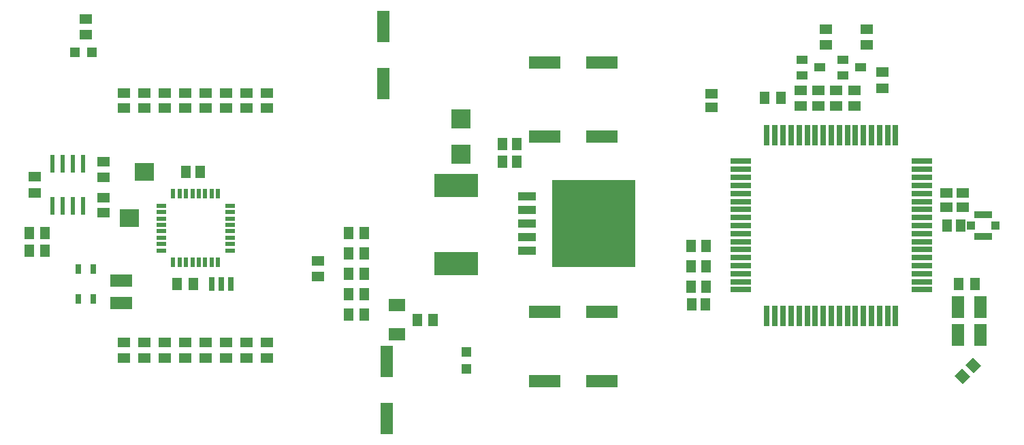
<source format=gtp>
G75*
G70*
%OFA0B0*%
%FSLAX24Y24*%
%IPPOS*%
%LPD*%
%AMOC8*
5,1,8,0,0,1.08239X$1,22.5*
%
%ADD10R,0.0220X0.0500*%
%ADD11R,0.0500X0.0220*%
%ADD12R,0.0630X0.0512*%
%ADD13R,0.0276X0.0669*%
%ADD14R,0.0512X0.0591*%
%ADD15R,0.0512X0.0630*%
%ADD16R,0.0472X0.0472*%
%ADD17R,0.0250X0.0500*%
%ADD18R,0.0960X0.0900*%
%ADD19R,0.0315X0.0984*%
%ADD20R,0.0984X0.0315*%
%ADD21R,0.0866X0.0335*%
%ADD22R,0.0413X0.0394*%
%ADD23R,0.0945X0.0945*%
%ADD24R,0.0630X0.1063*%
%ADD25R,0.0236X0.0866*%
%ADD26R,0.0591X0.0512*%
%ADD27R,0.0630X0.1575*%
%ADD28R,0.1575X0.0630*%
%ADD29R,0.0276X0.0472*%
%ADD30R,0.0551X0.0394*%
%ADD31R,0.0827X0.0591*%
%ADD32R,0.2126X0.1142*%
%ADD33R,0.4098X0.4252*%
%ADD34R,0.0850X0.0420*%
%ADD35R,0.1063X0.0630*%
D10*
X013538Y013950D03*
X013853Y013950D03*
X014168Y013950D03*
X014483Y013950D03*
X014797Y013950D03*
X015112Y013950D03*
X015427Y013950D03*
X015742Y013950D03*
X015742Y017330D03*
X015427Y017330D03*
X015112Y017330D03*
X014797Y017330D03*
X014483Y017330D03*
X014168Y017330D03*
X013853Y017330D03*
X013538Y017330D03*
D11*
X012950Y016742D03*
X012950Y016427D03*
X012950Y016112D03*
X012950Y015797D03*
X012950Y015483D03*
X012950Y015168D03*
X012950Y014853D03*
X012950Y014538D03*
X016330Y014538D03*
X016330Y014853D03*
X016330Y015168D03*
X016330Y015483D03*
X016330Y015797D03*
X016330Y016112D03*
X016330Y016427D03*
X016330Y016742D03*
D12*
X011140Y009266D03*
X011140Y010014D03*
X012140Y010014D03*
X012140Y009266D03*
X013140Y009266D03*
X014140Y009266D03*
X014140Y010014D03*
X013140Y010014D03*
X015140Y010014D03*
X015140Y009266D03*
X016140Y009266D03*
X016140Y010014D03*
X017140Y010014D03*
X018140Y010014D03*
X018140Y009266D03*
X017140Y009266D03*
X020640Y013266D03*
X020640Y014014D03*
X010140Y016391D03*
X010140Y017139D03*
X010140Y018141D03*
X010140Y018889D03*
X006765Y018159D03*
X006765Y017371D03*
X011140Y021516D03*
X011140Y022264D03*
X012140Y022264D03*
X012140Y021516D03*
X013140Y021516D03*
X014140Y021516D03*
X014140Y022264D03*
X013140Y022264D03*
X015140Y022264D03*
X015140Y021516D03*
X016140Y021516D03*
X016140Y022264D03*
X017140Y022264D03*
X018140Y022264D03*
X018140Y021516D03*
X017140Y021516D03*
X009265Y025141D03*
X009265Y025889D03*
X045140Y022389D03*
X046015Y022389D03*
X046015Y021641D03*
X045140Y021641D03*
X048265Y022496D03*
X048265Y023284D03*
D13*
X016362Y012890D03*
X015890Y012890D03*
X015418Y012890D03*
D14*
X014850Y018390D03*
X014180Y018390D03*
X029680Y018890D03*
X030350Y018890D03*
X030350Y019765D03*
X029680Y019765D03*
X038930Y011890D03*
X039600Y011890D03*
X051430Y015765D03*
X052100Y015765D03*
G36*
X053106Y008877D02*
X052744Y008515D01*
X052328Y008931D01*
X052690Y009293D01*
X053106Y008877D01*
G37*
G36*
X052577Y008349D02*
X052215Y007987D01*
X051799Y008403D01*
X052161Y008765D01*
X052577Y008349D01*
G37*
D15*
X052784Y012890D03*
X051996Y012890D03*
X039639Y012765D03*
X038891Y012765D03*
X038891Y013765D03*
X039639Y013765D03*
X039639Y014765D03*
X038891Y014765D03*
X042496Y022015D03*
X043284Y022015D03*
X026264Y011140D03*
X025516Y011140D03*
X022909Y011390D03*
X022121Y011390D03*
X022141Y012390D03*
X022889Y012390D03*
X022889Y013390D03*
X022141Y013390D03*
X022141Y014390D03*
X022889Y014390D03*
X022889Y015390D03*
X022141Y015390D03*
X014534Y012890D03*
X013746Y012890D03*
X007264Y014515D03*
X006516Y014515D03*
X006516Y015390D03*
X007264Y015390D03*
D16*
X008727Y024265D03*
X009553Y024265D03*
X027890Y009553D03*
X027890Y008727D03*
D17*
X011552Y016140D03*
X011228Y016140D03*
X011978Y018390D03*
X012302Y018390D03*
D18*
X012140Y018390D03*
X011390Y016140D03*
D19*
X042615Y020194D03*
X043009Y020194D03*
X043403Y020194D03*
X043796Y020194D03*
X044190Y020194D03*
X044584Y020194D03*
X044978Y020194D03*
X045371Y020194D03*
X045765Y020194D03*
X046159Y020194D03*
X046552Y020194D03*
X046946Y020194D03*
X047340Y020194D03*
X047734Y020194D03*
X048127Y020194D03*
X048521Y020194D03*
X048915Y020194D03*
X048915Y011336D03*
X048521Y011336D03*
X048127Y011336D03*
X047734Y011336D03*
X047340Y011336D03*
X046946Y011336D03*
X046552Y011336D03*
X046159Y011336D03*
X045765Y011336D03*
X045371Y011336D03*
X044978Y011336D03*
X044584Y011336D03*
X044190Y011336D03*
X043796Y011336D03*
X043403Y011336D03*
X043009Y011336D03*
X042615Y011336D03*
D20*
X041336Y012615D03*
X041336Y013009D03*
X041336Y013403D03*
X041336Y013796D03*
X041336Y014190D03*
X041336Y014584D03*
X041336Y014978D03*
X041336Y015371D03*
X041336Y015765D03*
X041336Y016159D03*
X041336Y016552D03*
X041336Y016946D03*
X041336Y017340D03*
X041336Y017734D03*
X041336Y018127D03*
X041336Y018521D03*
X041336Y018915D03*
X050194Y018915D03*
X050194Y018521D03*
X050194Y018127D03*
X050194Y017734D03*
X050194Y017340D03*
X050194Y016946D03*
X050194Y016552D03*
X050194Y016159D03*
X050194Y015765D03*
X050194Y015371D03*
X050194Y014978D03*
X050194Y014584D03*
X050194Y014190D03*
X050194Y013796D03*
X050194Y013403D03*
X050194Y013009D03*
X050194Y012615D03*
D21*
X053203Y015224D03*
X053203Y016306D03*
D22*
X053803Y015765D03*
X052602Y015765D03*
D23*
X027640Y019274D03*
X027640Y021006D03*
D24*
X051964Y011765D03*
X053066Y011765D03*
X053066Y010390D03*
X051964Y010390D03*
D25*
X009140Y016741D03*
X008640Y016741D03*
X008140Y016741D03*
X007640Y016741D03*
X007640Y018789D03*
X008140Y018789D03*
X008640Y018789D03*
X009140Y018789D03*
D26*
X039890Y021555D03*
X039890Y022225D03*
X044265Y022389D03*
X044265Y021641D03*
X046890Y021641D03*
X046890Y022389D03*
X047515Y024641D03*
X047515Y025389D03*
X045515Y025389D03*
X045515Y024641D03*
X051390Y017350D03*
X052203Y017350D03*
X052203Y016680D03*
X051390Y016680D03*
D27*
X024015Y009100D03*
X024015Y006305D03*
X023828Y022742D03*
X023828Y025538D03*
D28*
X031742Y023765D03*
X034538Y023765D03*
X034538Y020140D03*
X031742Y020140D03*
X031742Y011515D03*
X034538Y011515D03*
X034538Y008140D03*
X031742Y008140D03*
D29*
X009640Y012162D03*
X008890Y012162D03*
X008890Y013618D03*
X009640Y013618D03*
D30*
X044332Y023141D03*
X044332Y023889D03*
X045198Y023515D03*
X046332Y023141D03*
X047198Y023515D03*
X046332Y023889D03*
D31*
X024515Y011849D03*
X024515Y010431D03*
D32*
X027390Y013886D03*
X027390Y017744D03*
D33*
X034140Y015865D03*
D34*
X030860Y015865D03*
X030860Y015195D03*
X030860Y014525D03*
X030860Y016535D03*
X030860Y017205D03*
D35*
X011015Y013066D03*
X011015Y011964D03*
M02*

</source>
